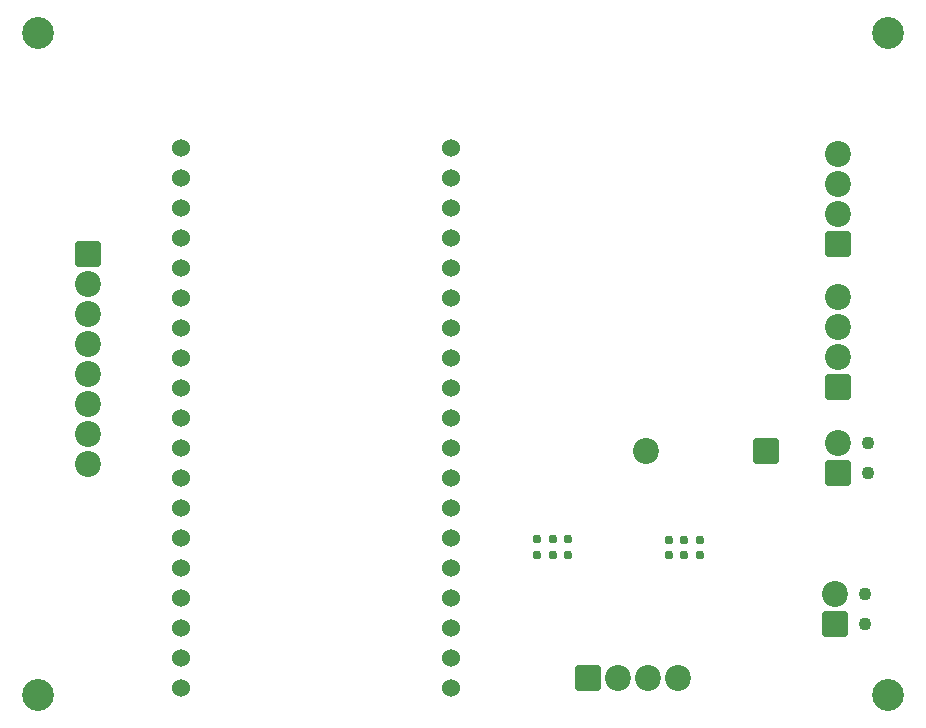
<source format=gbs>
%TF.GenerationSoftware,KiCad,Pcbnew,9.0.5*%
%TF.CreationDate,2025-11-06T15:20:43-08:00*%
%TF.ProjectId,ME507-EMBER,4d453530-372d-4454-9d42-45522e6b6963,rev?*%
%TF.SameCoordinates,Original*%
%TF.FileFunction,Soldermask,Bot*%
%TF.FilePolarity,Negative*%
%FSLAX46Y46*%
G04 Gerber Fmt 4.6, Leading zero omitted, Abs format (unit mm)*
G04 Created by KiCad (PCBNEW 9.0.5) date 2025-11-06 15:20:43*
%MOMM*%
%LPD*%
G01*
G04 APERTURE LIST*
G04 Aperture macros list*
%AMRoundRect*
0 Rectangle with rounded corners*
0 $1 Rounding radius*
0 $2 $3 $4 $5 $6 $7 $8 $9 X,Y pos of 4 corners*
0 Add a 4 corners polygon primitive as box body*
4,1,4,$2,$3,$4,$5,$6,$7,$8,$9,$2,$3,0*
0 Add four circle primitives for the rounded corners*
1,1,$1+$1,$2,$3*
1,1,$1+$1,$4,$5*
1,1,$1+$1,$6,$7*
1,1,$1+$1,$8,$9*
0 Add four rect primitives between the rounded corners*
20,1,$1+$1,$2,$3,$4,$5,0*
20,1,$1+$1,$4,$5,$6,$7,0*
20,1,$1+$1,$6,$7,$8,$9,0*
20,1,$1+$1,$8,$9,$2,$3,0*%
G04 Aperture macros list end*
%ADD10RoundRect,0.249999X0.850001X-0.850001X0.850001X0.850001X-0.850001X0.850001X-0.850001X-0.850001X0*%
%ADD11C,2.200000*%
%ADD12C,2.700000*%
%ADD13C,1.524000*%
%ADD14C,0.770000*%
%ADD15RoundRect,0.249999X-0.850001X-0.850001X0.850001X-0.850001X0.850001X0.850001X-0.850001X0.850001X0*%
%ADD16C,1.100000*%
%ADD17RoundRect,0.249999X0.850001X0.850001X-0.850001X0.850001X-0.850001X-0.850001X0.850001X-0.850001X0*%
%ADD18RoundRect,0.249999X-0.850001X0.850001X-0.850001X-0.850001X0.850001X-0.850001X0.850001X0.850001X0*%
G04 APERTURE END LIST*
D10*
%TO.C,J2*%
X108720000Y-48860000D03*
D11*
X108720000Y-46320000D03*
X108720000Y-43780000D03*
X108720000Y-41240000D03*
%TD*%
D12*
%TO.C,H3*%
X41000000Y-87000000D03*
%TD*%
D13*
%TO.C,ESP32*%
X53080000Y-40698283D03*
X53080000Y-43238283D03*
X53080000Y-45778283D03*
X53080000Y-48318283D03*
X53080000Y-50858283D03*
X53080000Y-53398283D03*
X53080000Y-55938283D03*
X53080000Y-58478283D03*
X53080000Y-61018283D03*
X53080000Y-63558283D03*
X53080000Y-66098283D03*
X53080000Y-68638283D03*
X53080000Y-71178283D03*
X53080000Y-73718283D03*
X53080000Y-76258283D03*
X53080000Y-78798283D03*
X53080000Y-81338283D03*
X53080000Y-83878283D03*
X53080000Y-86418283D03*
X75940000Y-86418283D03*
X75940000Y-83878283D03*
X75940000Y-81338283D03*
X75940000Y-78798283D03*
X75940000Y-76258283D03*
X75940000Y-73718283D03*
X75940000Y-71178283D03*
X75940000Y-68638283D03*
X75940000Y-66098283D03*
X75940000Y-63558283D03*
X75940000Y-61018283D03*
X75940000Y-58478283D03*
X75940000Y-55938283D03*
X75940000Y-53398283D03*
X75940000Y-50858283D03*
X75940000Y-48318283D03*
X75940000Y-45778283D03*
X75940000Y-43238283D03*
X75940000Y-40698283D03*
%TD*%
D12*
%TO.C,H2*%
X113000000Y-31000000D03*
%TD*%
D14*
%TO.C,U2*%
X97015000Y-73895000D03*
X95715000Y-73895000D03*
X94415000Y-73895000D03*
X97015000Y-75195000D03*
X95715000Y-75195000D03*
X94415000Y-75195000D03*
%TD*%
D15*
%TO.C,J4*%
X87560000Y-85610000D03*
D11*
X90100000Y-85610000D03*
X92640000Y-85610000D03*
X95180000Y-85610000D03*
%TD*%
D16*
%TO.C,J1*%
X111300000Y-68190000D03*
X111300000Y-65650000D03*
D10*
X108760000Y-68190000D03*
D11*
X108760000Y-65650000D03*
%TD*%
D12*
%TO.C,H4*%
X113000000Y-87000000D03*
%TD*%
D17*
%TO.C,D1*%
X102650000Y-66380000D03*
D11*
X92490000Y-66380000D03*
%TD*%
D12*
%TO.C,H1*%
X41000000Y-31000000D03*
%TD*%
D16*
%TO.C,J3*%
X111000000Y-81040000D03*
X111000000Y-78500000D03*
D10*
X108460000Y-81040000D03*
D11*
X108460000Y-78500000D03*
%TD*%
D14*
%TO.C,U1*%
X85875000Y-73845000D03*
X84575000Y-73845000D03*
X83275000Y-73845000D03*
X85875000Y-75145000D03*
X84575000Y-75145000D03*
X83275000Y-75145000D03*
%TD*%
D10*
%TO.C,J6*%
X108770000Y-60960000D03*
D11*
X108770000Y-58420000D03*
X108770000Y-55880000D03*
X108770000Y-53340000D03*
%TD*%
D18*
%TO.C,J5*%
X45240000Y-49710000D03*
D11*
X45240000Y-52250000D03*
X45240000Y-54790000D03*
X45240000Y-57330000D03*
X45240000Y-59870000D03*
X45240000Y-62410000D03*
X45240000Y-64950000D03*
X45240000Y-67490000D03*
%TD*%
M02*

</source>
